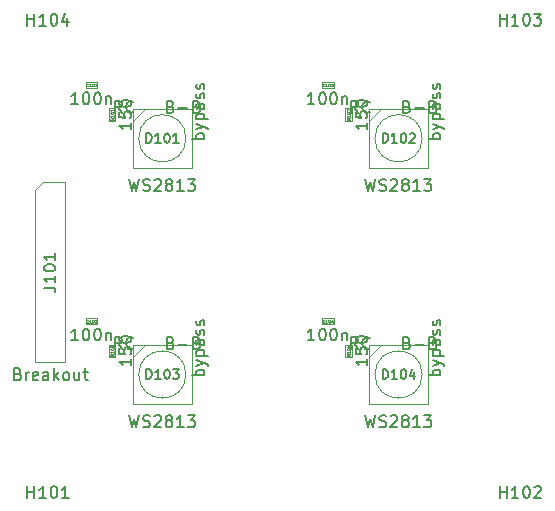
<source format=gbr>
%TF.GenerationSoftware,KiCad,Pcbnew,5.1.9+dfsg1-1~bpo10+1*%
%TF.CreationDate,2021-09-26T19:13:55+00:00*%
%TF.ProjectId,ws2813-breakout,77733238-3133-42d6-9272-65616b6f7574,rev?*%
%TF.SameCoordinates,Original*%
%TF.FileFunction,Other,Fab,Top*%
%FSLAX46Y46*%
G04 Gerber Fmt 4.6, Leading zero omitted, Abs format (unit mm)*
G04 Created by KiCad (PCBNEW 5.1.9+dfsg1-1~bpo10+1) date 2021-09-26 19:13:55*
%MOMM*%
%LPD*%
G01*
G04 APERTURE LIST*
%ADD10C,0.100000*%
%ADD11C,0.150000*%
%ADD12C,0.040000*%
G04 APERTURE END LIST*
D10*
%TO.C,C101*%
X109500000Y-110750000D02*
X108500000Y-110750000D01*
X109500000Y-110250000D02*
X109500000Y-110750000D01*
X108500000Y-110250000D02*
X109500000Y-110250000D01*
X108500000Y-110750000D02*
X108500000Y-110250000D01*
%TO.C,C102*%
X128500000Y-110750000D02*
X128500000Y-110250000D01*
X128500000Y-110250000D02*
X129500000Y-110250000D01*
X129500000Y-110250000D02*
X129500000Y-110750000D01*
X129500000Y-110750000D02*
X128500000Y-110750000D01*
%TO.C,C103*%
X108500000Y-130750000D02*
X108500000Y-130250000D01*
X108500000Y-130250000D02*
X109500000Y-130250000D01*
X109500000Y-130250000D02*
X109500000Y-130750000D01*
X109500000Y-130750000D02*
X108500000Y-130750000D01*
%TO.C,C104*%
X129500000Y-130750000D02*
X128500000Y-130750000D01*
X129500000Y-130250000D02*
X129500000Y-130750000D01*
X128500000Y-130250000D02*
X129500000Y-130250000D01*
X128500000Y-130750000D02*
X128500000Y-130250000D01*
%TO.C,D101*%
X117000000Y-115000000D02*
G75*
G03*
X117000000Y-115000000I-2000000J0D01*
G01*
X112500000Y-117500000D02*
X112500000Y-112500000D01*
X117500000Y-117500000D02*
X112500000Y-117500000D01*
X117500000Y-112500000D02*
X117500000Y-117500000D01*
X112500000Y-112500000D02*
X117500000Y-112500000D01*
X112500000Y-113500000D02*
X113500000Y-112500000D01*
%TO.C,D102*%
X132500000Y-113500000D02*
X133500000Y-112500000D01*
X132500000Y-112500000D02*
X137500000Y-112500000D01*
X137500000Y-112500000D02*
X137500000Y-117500000D01*
X137500000Y-117500000D02*
X132500000Y-117500000D01*
X132500000Y-117500000D02*
X132500000Y-112500000D01*
X137000000Y-115000000D02*
G75*
G03*
X137000000Y-115000000I-2000000J0D01*
G01*
%TO.C,D103*%
X117000000Y-135000000D02*
G75*
G03*
X117000000Y-135000000I-2000000J0D01*
G01*
X112500000Y-137500000D02*
X112500000Y-132500000D01*
X117500000Y-137500000D02*
X112500000Y-137500000D01*
X117500000Y-132500000D02*
X117500000Y-137500000D01*
X112500000Y-132500000D02*
X117500000Y-132500000D01*
X112500000Y-133500000D02*
X113500000Y-132500000D01*
%TO.C,D104*%
X132500000Y-133500000D02*
X133500000Y-132500000D01*
X132500000Y-132500000D02*
X137500000Y-132500000D01*
X137500000Y-132500000D02*
X137500000Y-137500000D01*
X137500000Y-137500000D02*
X132500000Y-137500000D01*
X132500000Y-137500000D02*
X132500000Y-132500000D01*
X137000000Y-135000000D02*
G75*
G03*
X137000000Y-135000000I-2000000J0D01*
G01*
%TO.C,J101*%
X104865000Y-118730000D02*
X106770000Y-118730000D01*
X106770000Y-118730000D02*
X106770000Y-133970000D01*
X106770000Y-133970000D02*
X104230000Y-133970000D01*
X104230000Y-133970000D02*
X104230000Y-119365000D01*
X104230000Y-119365000D02*
X104865000Y-118730000D01*
%TO.C,R101*%
X111020000Y-112475000D02*
X111020000Y-113525000D01*
X110480000Y-112475000D02*
X111020000Y-112475000D01*
X110480000Y-113525000D02*
X110480000Y-112475000D01*
X111020000Y-113525000D02*
X110480000Y-113525000D01*
%TO.C,R102*%
X131020000Y-112475000D02*
X131020000Y-113525000D01*
X130480000Y-112475000D02*
X131020000Y-112475000D01*
X130480000Y-113525000D02*
X130480000Y-112475000D01*
X131020000Y-113525000D02*
X130480000Y-113525000D01*
%TO.C,R103*%
X111020000Y-133525000D02*
X110480000Y-133525000D01*
X110480000Y-133525000D02*
X110480000Y-132475000D01*
X110480000Y-132475000D02*
X111020000Y-132475000D01*
X111020000Y-132475000D02*
X111020000Y-133525000D01*
%TO.C,R104*%
X131020000Y-133525000D02*
X130480000Y-133525000D01*
X130480000Y-133525000D02*
X130480000Y-132475000D01*
X130480000Y-132475000D02*
X131020000Y-132475000D01*
X131020000Y-132475000D02*
X131020000Y-133525000D01*
%TD*%
%TO.C,C101*%
D11*
X107880952Y-112112380D02*
X107309523Y-112112380D01*
X107595238Y-112112380D02*
X107595238Y-111112380D01*
X107500000Y-111255238D01*
X107404761Y-111350476D01*
X107309523Y-111398095D01*
X108500000Y-111112380D02*
X108595238Y-111112380D01*
X108690476Y-111160000D01*
X108738095Y-111207619D01*
X108785714Y-111302857D01*
X108833333Y-111493333D01*
X108833333Y-111731428D01*
X108785714Y-111921904D01*
X108738095Y-112017142D01*
X108690476Y-112064761D01*
X108595238Y-112112380D01*
X108500000Y-112112380D01*
X108404761Y-112064761D01*
X108357142Y-112017142D01*
X108309523Y-111921904D01*
X108261904Y-111731428D01*
X108261904Y-111493333D01*
X108309523Y-111302857D01*
X108357142Y-111207619D01*
X108404761Y-111160000D01*
X108500000Y-111112380D01*
X109452380Y-111112380D02*
X109547619Y-111112380D01*
X109642857Y-111160000D01*
X109690476Y-111207619D01*
X109738095Y-111302857D01*
X109785714Y-111493333D01*
X109785714Y-111731428D01*
X109738095Y-111921904D01*
X109690476Y-112017142D01*
X109642857Y-112064761D01*
X109547619Y-112112380D01*
X109452380Y-112112380D01*
X109357142Y-112064761D01*
X109309523Y-112017142D01*
X109261904Y-111921904D01*
X109214285Y-111731428D01*
X109214285Y-111493333D01*
X109261904Y-111302857D01*
X109309523Y-111207619D01*
X109357142Y-111160000D01*
X109452380Y-111112380D01*
X110214285Y-111445714D02*
X110214285Y-112112380D01*
X110214285Y-111540952D02*
X110261904Y-111493333D01*
X110357142Y-111445714D01*
X110500000Y-111445714D01*
X110595238Y-111493333D01*
X110642857Y-111588571D01*
X110642857Y-112112380D01*
D12*
X108720238Y-110589285D02*
X108708333Y-110601190D01*
X108672619Y-110613095D01*
X108648809Y-110613095D01*
X108613095Y-110601190D01*
X108589285Y-110577380D01*
X108577380Y-110553571D01*
X108565476Y-110505952D01*
X108565476Y-110470238D01*
X108577380Y-110422619D01*
X108589285Y-110398809D01*
X108613095Y-110375000D01*
X108648809Y-110363095D01*
X108672619Y-110363095D01*
X108708333Y-110375000D01*
X108720238Y-110386904D01*
X108958333Y-110613095D02*
X108815476Y-110613095D01*
X108886904Y-110613095D02*
X108886904Y-110363095D01*
X108863095Y-110398809D01*
X108839285Y-110422619D01*
X108815476Y-110434523D01*
X109113095Y-110363095D02*
X109136904Y-110363095D01*
X109160714Y-110375000D01*
X109172619Y-110386904D01*
X109184523Y-110410714D01*
X109196428Y-110458333D01*
X109196428Y-110517857D01*
X109184523Y-110565476D01*
X109172619Y-110589285D01*
X109160714Y-110601190D01*
X109136904Y-110613095D01*
X109113095Y-110613095D01*
X109089285Y-110601190D01*
X109077380Y-110589285D01*
X109065476Y-110565476D01*
X109053571Y-110517857D01*
X109053571Y-110458333D01*
X109065476Y-110410714D01*
X109077380Y-110386904D01*
X109089285Y-110375000D01*
X109113095Y-110363095D01*
X109434523Y-110613095D02*
X109291666Y-110613095D01*
X109363095Y-110613095D02*
X109363095Y-110363095D01*
X109339285Y-110398809D01*
X109315476Y-110422619D01*
X109291666Y-110434523D01*
%TO.C,C102*%
D11*
X127880952Y-112112380D02*
X127309523Y-112112380D01*
X127595238Y-112112380D02*
X127595238Y-111112380D01*
X127500000Y-111255238D01*
X127404761Y-111350476D01*
X127309523Y-111398095D01*
X128500000Y-111112380D02*
X128595238Y-111112380D01*
X128690476Y-111160000D01*
X128738095Y-111207619D01*
X128785714Y-111302857D01*
X128833333Y-111493333D01*
X128833333Y-111731428D01*
X128785714Y-111921904D01*
X128738095Y-112017142D01*
X128690476Y-112064761D01*
X128595238Y-112112380D01*
X128500000Y-112112380D01*
X128404761Y-112064761D01*
X128357142Y-112017142D01*
X128309523Y-111921904D01*
X128261904Y-111731428D01*
X128261904Y-111493333D01*
X128309523Y-111302857D01*
X128357142Y-111207619D01*
X128404761Y-111160000D01*
X128500000Y-111112380D01*
X129452380Y-111112380D02*
X129547619Y-111112380D01*
X129642857Y-111160000D01*
X129690476Y-111207619D01*
X129738095Y-111302857D01*
X129785714Y-111493333D01*
X129785714Y-111731428D01*
X129738095Y-111921904D01*
X129690476Y-112017142D01*
X129642857Y-112064761D01*
X129547619Y-112112380D01*
X129452380Y-112112380D01*
X129357142Y-112064761D01*
X129309523Y-112017142D01*
X129261904Y-111921904D01*
X129214285Y-111731428D01*
X129214285Y-111493333D01*
X129261904Y-111302857D01*
X129309523Y-111207619D01*
X129357142Y-111160000D01*
X129452380Y-111112380D01*
X130214285Y-111445714D02*
X130214285Y-112112380D01*
X130214285Y-111540952D02*
X130261904Y-111493333D01*
X130357142Y-111445714D01*
X130500000Y-111445714D01*
X130595238Y-111493333D01*
X130642857Y-111588571D01*
X130642857Y-112112380D01*
D12*
X128720238Y-110589285D02*
X128708333Y-110601190D01*
X128672619Y-110613095D01*
X128648809Y-110613095D01*
X128613095Y-110601190D01*
X128589285Y-110577380D01*
X128577380Y-110553571D01*
X128565476Y-110505952D01*
X128565476Y-110470238D01*
X128577380Y-110422619D01*
X128589285Y-110398809D01*
X128613095Y-110375000D01*
X128648809Y-110363095D01*
X128672619Y-110363095D01*
X128708333Y-110375000D01*
X128720238Y-110386904D01*
X128958333Y-110613095D02*
X128815476Y-110613095D01*
X128886904Y-110613095D02*
X128886904Y-110363095D01*
X128863095Y-110398809D01*
X128839285Y-110422619D01*
X128815476Y-110434523D01*
X129113095Y-110363095D02*
X129136904Y-110363095D01*
X129160714Y-110375000D01*
X129172619Y-110386904D01*
X129184523Y-110410714D01*
X129196428Y-110458333D01*
X129196428Y-110517857D01*
X129184523Y-110565476D01*
X129172619Y-110589285D01*
X129160714Y-110601190D01*
X129136904Y-110613095D01*
X129113095Y-110613095D01*
X129089285Y-110601190D01*
X129077380Y-110589285D01*
X129065476Y-110565476D01*
X129053571Y-110517857D01*
X129053571Y-110458333D01*
X129065476Y-110410714D01*
X129077380Y-110386904D01*
X129089285Y-110375000D01*
X129113095Y-110363095D01*
X129291666Y-110386904D02*
X129303571Y-110375000D01*
X129327380Y-110363095D01*
X129386904Y-110363095D01*
X129410714Y-110375000D01*
X129422619Y-110386904D01*
X129434523Y-110410714D01*
X129434523Y-110434523D01*
X129422619Y-110470238D01*
X129279761Y-110613095D01*
X129434523Y-110613095D01*
%TO.C,C103*%
D11*
X107880952Y-132112380D02*
X107309523Y-132112380D01*
X107595238Y-132112380D02*
X107595238Y-131112380D01*
X107500000Y-131255238D01*
X107404761Y-131350476D01*
X107309523Y-131398095D01*
X108500000Y-131112380D02*
X108595238Y-131112380D01*
X108690476Y-131160000D01*
X108738095Y-131207619D01*
X108785714Y-131302857D01*
X108833333Y-131493333D01*
X108833333Y-131731428D01*
X108785714Y-131921904D01*
X108738095Y-132017142D01*
X108690476Y-132064761D01*
X108595238Y-132112380D01*
X108500000Y-132112380D01*
X108404761Y-132064761D01*
X108357142Y-132017142D01*
X108309523Y-131921904D01*
X108261904Y-131731428D01*
X108261904Y-131493333D01*
X108309523Y-131302857D01*
X108357142Y-131207619D01*
X108404761Y-131160000D01*
X108500000Y-131112380D01*
X109452380Y-131112380D02*
X109547619Y-131112380D01*
X109642857Y-131160000D01*
X109690476Y-131207619D01*
X109738095Y-131302857D01*
X109785714Y-131493333D01*
X109785714Y-131731428D01*
X109738095Y-131921904D01*
X109690476Y-132017142D01*
X109642857Y-132064761D01*
X109547619Y-132112380D01*
X109452380Y-132112380D01*
X109357142Y-132064761D01*
X109309523Y-132017142D01*
X109261904Y-131921904D01*
X109214285Y-131731428D01*
X109214285Y-131493333D01*
X109261904Y-131302857D01*
X109309523Y-131207619D01*
X109357142Y-131160000D01*
X109452380Y-131112380D01*
X110214285Y-131445714D02*
X110214285Y-132112380D01*
X110214285Y-131540952D02*
X110261904Y-131493333D01*
X110357142Y-131445714D01*
X110500000Y-131445714D01*
X110595238Y-131493333D01*
X110642857Y-131588571D01*
X110642857Y-132112380D01*
D12*
X108720238Y-130589285D02*
X108708333Y-130601190D01*
X108672619Y-130613095D01*
X108648809Y-130613095D01*
X108613095Y-130601190D01*
X108589285Y-130577380D01*
X108577380Y-130553571D01*
X108565476Y-130505952D01*
X108565476Y-130470238D01*
X108577380Y-130422619D01*
X108589285Y-130398809D01*
X108613095Y-130375000D01*
X108648809Y-130363095D01*
X108672619Y-130363095D01*
X108708333Y-130375000D01*
X108720238Y-130386904D01*
X108958333Y-130613095D02*
X108815476Y-130613095D01*
X108886904Y-130613095D02*
X108886904Y-130363095D01*
X108863095Y-130398809D01*
X108839285Y-130422619D01*
X108815476Y-130434523D01*
X109113095Y-130363095D02*
X109136904Y-130363095D01*
X109160714Y-130375000D01*
X109172619Y-130386904D01*
X109184523Y-130410714D01*
X109196428Y-130458333D01*
X109196428Y-130517857D01*
X109184523Y-130565476D01*
X109172619Y-130589285D01*
X109160714Y-130601190D01*
X109136904Y-130613095D01*
X109113095Y-130613095D01*
X109089285Y-130601190D01*
X109077380Y-130589285D01*
X109065476Y-130565476D01*
X109053571Y-130517857D01*
X109053571Y-130458333D01*
X109065476Y-130410714D01*
X109077380Y-130386904D01*
X109089285Y-130375000D01*
X109113095Y-130363095D01*
X109279761Y-130363095D02*
X109434523Y-130363095D01*
X109351190Y-130458333D01*
X109386904Y-130458333D01*
X109410714Y-130470238D01*
X109422619Y-130482142D01*
X109434523Y-130505952D01*
X109434523Y-130565476D01*
X109422619Y-130589285D01*
X109410714Y-130601190D01*
X109386904Y-130613095D01*
X109315476Y-130613095D01*
X109291666Y-130601190D01*
X109279761Y-130589285D01*
%TO.C,C104*%
D11*
X127880952Y-132112380D02*
X127309523Y-132112380D01*
X127595238Y-132112380D02*
X127595238Y-131112380D01*
X127500000Y-131255238D01*
X127404761Y-131350476D01*
X127309523Y-131398095D01*
X128500000Y-131112380D02*
X128595238Y-131112380D01*
X128690476Y-131160000D01*
X128738095Y-131207619D01*
X128785714Y-131302857D01*
X128833333Y-131493333D01*
X128833333Y-131731428D01*
X128785714Y-131921904D01*
X128738095Y-132017142D01*
X128690476Y-132064761D01*
X128595238Y-132112380D01*
X128500000Y-132112380D01*
X128404761Y-132064761D01*
X128357142Y-132017142D01*
X128309523Y-131921904D01*
X128261904Y-131731428D01*
X128261904Y-131493333D01*
X128309523Y-131302857D01*
X128357142Y-131207619D01*
X128404761Y-131160000D01*
X128500000Y-131112380D01*
X129452380Y-131112380D02*
X129547619Y-131112380D01*
X129642857Y-131160000D01*
X129690476Y-131207619D01*
X129738095Y-131302857D01*
X129785714Y-131493333D01*
X129785714Y-131731428D01*
X129738095Y-131921904D01*
X129690476Y-132017142D01*
X129642857Y-132064761D01*
X129547619Y-132112380D01*
X129452380Y-132112380D01*
X129357142Y-132064761D01*
X129309523Y-132017142D01*
X129261904Y-131921904D01*
X129214285Y-131731428D01*
X129214285Y-131493333D01*
X129261904Y-131302857D01*
X129309523Y-131207619D01*
X129357142Y-131160000D01*
X129452380Y-131112380D01*
X130214285Y-131445714D02*
X130214285Y-132112380D01*
X130214285Y-131540952D02*
X130261904Y-131493333D01*
X130357142Y-131445714D01*
X130500000Y-131445714D01*
X130595238Y-131493333D01*
X130642857Y-131588571D01*
X130642857Y-132112380D01*
D12*
X128720238Y-130589285D02*
X128708333Y-130601190D01*
X128672619Y-130613095D01*
X128648809Y-130613095D01*
X128613095Y-130601190D01*
X128589285Y-130577380D01*
X128577380Y-130553571D01*
X128565476Y-130505952D01*
X128565476Y-130470238D01*
X128577380Y-130422619D01*
X128589285Y-130398809D01*
X128613095Y-130375000D01*
X128648809Y-130363095D01*
X128672619Y-130363095D01*
X128708333Y-130375000D01*
X128720238Y-130386904D01*
X128958333Y-130613095D02*
X128815476Y-130613095D01*
X128886904Y-130613095D02*
X128886904Y-130363095D01*
X128863095Y-130398809D01*
X128839285Y-130422619D01*
X128815476Y-130434523D01*
X129113095Y-130363095D02*
X129136904Y-130363095D01*
X129160714Y-130375000D01*
X129172619Y-130386904D01*
X129184523Y-130410714D01*
X129196428Y-130458333D01*
X129196428Y-130517857D01*
X129184523Y-130565476D01*
X129172619Y-130589285D01*
X129160714Y-130601190D01*
X129136904Y-130613095D01*
X129113095Y-130613095D01*
X129089285Y-130601190D01*
X129077380Y-130589285D01*
X129065476Y-130565476D01*
X129053571Y-130517857D01*
X129053571Y-130458333D01*
X129065476Y-130410714D01*
X129077380Y-130386904D01*
X129089285Y-130375000D01*
X129113095Y-130363095D01*
X129410714Y-130446428D02*
X129410714Y-130613095D01*
X129351190Y-130351190D02*
X129291666Y-130529761D01*
X129446428Y-130529761D01*
%TO.C,D101*%
D11*
X112190476Y-118452380D02*
X112428571Y-119452380D01*
X112619047Y-118738095D01*
X112809523Y-119452380D01*
X113047619Y-118452380D01*
X113380952Y-119404761D02*
X113523809Y-119452380D01*
X113761904Y-119452380D01*
X113857142Y-119404761D01*
X113904761Y-119357142D01*
X113952380Y-119261904D01*
X113952380Y-119166666D01*
X113904761Y-119071428D01*
X113857142Y-119023809D01*
X113761904Y-118976190D01*
X113571428Y-118928571D01*
X113476190Y-118880952D01*
X113428571Y-118833333D01*
X113380952Y-118738095D01*
X113380952Y-118642857D01*
X113428571Y-118547619D01*
X113476190Y-118500000D01*
X113571428Y-118452380D01*
X113809523Y-118452380D01*
X113952380Y-118500000D01*
X114333333Y-118547619D02*
X114380952Y-118500000D01*
X114476190Y-118452380D01*
X114714285Y-118452380D01*
X114809523Y-118500000D01*
X114857142Y-118547619D01*
X114904761Y-118642857D01*
X114904761Y-118738095D01*
X114857142Y-118880952D01*
X114285714Y-119452380D01*
X114904761Y-119452380D01*
X115476190Y-118880952D02*
X115380952Y-118833333D01*
X115333333Y-118785714D01*
X115285714Y-118690476D01*
X115285714Y-118642857D01*
X115333333Y-118547619D01*
X115380952Y-118500000D01*
X115476190Y-118452380D01*
X115666666Y-118452380D01*
X115761904Y-118500000D01*
X115809523Y-118547619D01*
X115857142Y-118642857D01*
X115857142Y-118690476D01*
X115809523Y-118785714D01*
X115761904Y-118833333D01*
X115666666Y-118880952D01*
X115476190Y-118880952D01*
X115380952Y-118928571D01*
X115333333Y-118976190D01*
X115285714Y-119071428D01*
X115285714Y-119261904D01*
X115333333Y-119357142D01*
X115380952Y-119404761D01*
X115476190Y-119452380D01*
X115666666Y-119452380D01*
X115761904Y-119404761D01*
X115809523Y-119357142D01*
X115857142Y-119261904D01*
X115857142Y-119071428D01*
X115809523Y-118976190D01*
X115761904Y-118928571D01*
X115666666Y-118880952D01*
X116809523Y-119452380D02*
X116238095Y-119452380D01*
X116523809Y-119452380D02*
X116523809Y-118452380D01*
X116428571Y-118595238D01*
X116333333Y-118690476D01*
X116238095Y-118738095D01*
X117142857Y-118452380D02*
X117761904Y-118452380D01*
X117428571Y-118833333D01*
X117571428Y-118833333D01*
X117666666Y-118880952D01*
X117714285Y-118928571D01*
X117761904Y-119023809D01*
X117761904Y-119261904D01*
X117714285Y-119357142D01*
X117666666Y-119404761D01*
X117571428Y-119452380D01*
X117285714Y-119452380D01*
X117190476Y-119404761D01*
X117142857Y-119357142D01*
X113647619Y-115361904D02*
X113647619Y-114561904D01*
X113838095Y-114561904D01*
X113952380Y-114600000D01*
X114028571Y-114676190D01*
X114066666Y-114752380D01*
X114104761Y-114904761D01*
X114104761Y-115019047D01*
X114066666Y-115171428D01*
X114028571Y-115247619D01*
X113952380Y-115323809D01*
X113838095Y-115361904D01*
X113647619Y-115361904D01*
X114866666Y-115361904D02*
X114409523Y-115361904D01*
X114638095Y-115361904D02*
X114638095Y-114561904D01*
X114561904Y-114676190D01*
X114485714Y-114752380D01*
X114409523Y-114790476D01*
X115361904Y-114561904D02*
X115438095Y-114561904D01*
X115514285Y-114600000D01*
X115552380Y-114638095D01*
X115590476Y-114714285D01*
X115628571Y-114866666D01*
X115628571Y-115057142D01*
X115590476Y-115209523D01*
X115552380Y-115285714D01*
X115514285Y-115323809D01*
X115438095Y-115361904D01*
X115361904Y-115361904D01*
X115285714Y-115323809D01*
X115247619Y-115285714D01*
X115209523Y-115209523D01*
X115171428Y-115057142D01*
X115171428Y-114866666D01*
X115209523Y-114714285D01*
X115247619Y-114638095D01*
X115285714Y-114600000D01*
X115361904Y-114561904D01*
X116390476Y-115361904D02*
X115933333Y-115361904D01*
X116161904Y-115361904D02*
X116161904Y-114561904D01*
X116085714Y-114676190D01*
X116009523Y-114752380D01*
X115933333Y-114790476D01*
%TO.C,D102*%
X132190476Y-118452380D02*
X132428571Y-119452380D01*
X132619047Y-118738095D01*
X132809523Y-119452380D01*
X133047619Y-118452380D01*
X133380952Y-119404761D02*
X133523809Y-119452380D01*
X133761904Y-119452380D01*
X133857142Y-119404761D01*
X133904761Y-119357142D01*
X133952380Y-119261904D01*
X133952380Y-119166666D01*
X133904761Y-119071428D01*
X133857142Y-119023809D01*
X133761904Y-118976190D01*
X133571428Y-118928571D01*
X133476190Y-118880952D01*
X133428571Y-118833333D01*
X133380952Y-118738095D01*
X133380952Y-118642857D01*
X133428571Y-118547619D01*
X133476190Y-118500000D01*
X133571428Y-118452380D01*
X133809523Y-118452380D01*
X133952380Y-118500000D01*
X134333333Y-118547619D02*
X134380952Y-118500000D01*
X134476190Y-118452380D01*
X134714285Y-118452380D01*
X134809523Y-118500000D01*
X134857142Y-118547619D01*
X134904761Y-118642857D01*
X134904761Y-118738095D01*
X134857142Y-118880952D01*
X134285714Y-119452380D01*
X134904761Y-119452380D01*
X135476190Y-118880952D02*
X135380952Y-118833333D01*
X135333333Y-118785714D01*
X135285714Y-118690476D01*
X135285714Y-118642857D01*
X135333333Y-118547619D01*
X135380952Y-118500000D01*
X135476190Y-118452380D01*
X135666666Y-118452380D01*
X135761904Y-118500000D01*
X135809523Y-118547619D01*
X135857142Y-118642857D01*
X135857142Y-118690476D01*
X135809523Y-118785714D01*
X135761904Y-118833333D01*
X135666666Y-118880952D01*
X135476190Y-118880952D01*
X135380952Y-118928571D01*
X135333333Y-118976190D01*
X135285714Y-119071428D01*
X135285714Y-119261904D01*
X135333333Y-119357142D01*
X135380952Y-119404761D01*
X135476190Y-119452380D01*
X135666666Y-119452380D01*
X135761904Y-119404761D01*
X135809523Y-119357142D01*
X135857142Y-119261904D01*
X135857142Y-119071428D01*
X135809523Y-118976190D01*
X135761904Y-118928571D01*
X135666666Y-118880952D01*
X136809523Y-119452380D02*
X136238095Y-119452380D01*
X136523809Y-119452380D02*
X136523809Y-118452380D01*
X136428571Y-118595238D01*
X136333333Y-118690476D01*
X136238095Y-118738095D01*
X137142857Y-118452380D02*
X137761904Y-118452380D01*
X137428571Y-118833333D01*
X137571428Y-118833333D01*
X137666666Y-118880952D01*
X137714285Y-118928571D01*
X137761904Y-119023809D01*
X137761904Y-119261904D01*
X137714285Y-119357142D01*
X137666666Y-119404761D01*
X137571428Y-119452380D01*
X137285714Y-119452380D01*
X137190476Y-119404761D01*
X137142857Y-119357142D01*
X133647619Y-115361904D02*
X133647619Y-114561904D01*
X133838095Y-114561904D01*
X133952380Y-114600000D01*
X134028571Y-114676190D01*
X134066666Y-114752380D01*
X134104761Y-114904761D01*
X134104761Y-115019047D01*
X134066666Y-115171428D01*
X134028571Y-115247619D01*
X133952380Y-115323809D01*
X133838095Y-115361904D01*
X133647619Y-115361904D01*
X134866666Y-115361904D02*
X134409523Y-115361904D01*
X134638095Y-115361904D02*
X134638095Y-114561904D01*
X134561904Y-114676190D01*
X134485714Y-114752380D01*
X134409523Y-114790476D01*
X135361904Y-114561904D02*
X135438095Y-114561904D01*
X135514285Y-114600000D01*
X135552380Y-114638095D01*
X135590476Y-114714285D01*
X135628571Y-114866666D01*
X135628571Y-115057142D01*
X135590476Y-115209523D01*
X135552380Y-115285714D01*
X135514285Y-115323809D01*
X135438095Y-115361904D01*
X135361904Y-115361904D01*
X135285714Y-115323809D01*
X135247619Y-115285714D01*
X135209523Y-115209523D01*
X135171428Y-115057142D01*
X135171428Y-114866666D01*
X135209523Y-114714285D01*
X135247619Y-114638095D01*
X135285714Y-114600000D01*
X135361904Y-114561904D01*
X135933333Y-114638095D02*
X135971428Y-114600000D01*
X136047619Y-114561904D01*
X136238095Y-114561904D01*
X136314285Y-114600000D01*
X136352380Y-114638095D01*
X136390476Y-114714285D01*
X136390476Y-114790476D01*
X136352380Y-114904761D01*
X135895238Y-115361904D01*
X136390476Y-115361904D01*
%TO.C,D103*%
X112190476Y-138452380D02*
X112428571Y-139452380D01*
X112619047Y-138738095D01*
X112809523Y-139452380D01*
X113047619Y-138452380D01*
X113380952Y-139404761D02*
X113523809Y-139452380D01*
X113761904Y-139452380D01*
X113857142Y-139404761D01*
X113904761Y-139357142D01*
X113952380Y-139261904D01*
X113952380Y-139166666D01*
X113904761Y-139071428D01*
X113857142Y-139023809D01*
X113761904Y-138976190D01*
X113571428Y-138928571D01*
X113476190Y-138880952D01*
X113428571Y-138833333D01*
X113380952Y-138738095D01*
X113380952Y-138642857D01*
X113428571Y-138547619D01*
X113476190Y-138500000D01*
X113571428Y-138452380D01*
X113809523Y-138452380D01*
X113952380Y-138500000D01*
X114333333Y-138547619D02*
X114380952Y-138500000D01*
X114476190Y-138452380D01*
X114714285Y-138452380D01*
X114809523Y-138500000D01*
X114857142Y-138547619D01*
X114904761Y-138642857D01*
X114904761Y-138738095D01*
X114857142Y-138880952D01*
X114285714Y-139452380D01*
X114904761Y-139452380D01*
X115476190Y-138880952D02*
X115380952Y-138833333D01*
X115333333Y-138785714D01*
X115285714Y-138690476D01*
X115285714Y-138642857D01*
X115333333Y-138547619D01*
X115380952Y-138500000D01*
X115476190Y-138452380D01*
X115666666Y-138452380D01*
X115761904Y-138500000D01*
X115809523Y-138547619D01*
X115857142Y-138642857D01*
X115857142Y-138690476D01*
X115809523Y-138785714D01*
X115761904Y-138833333D01*
X115666666Y-138880952D01*
X115476190Y-138880952D01*
X115380952Y-138928571D01*
X115333333Y-138976190D01*
X115285714Y-139071428D01*
X115285714Y-139261904D01*
X115333333Y-139357142D01*
X115380952Y-139404761D01*
X115476190Y-139452380D01*
X115666666Y-139452380D01*
X115761904Y-139404761D01*
X115809523Y-139357142D01*
X115857142Y-139261904D01*
X115857142Y-139071428D01*
X115809523Y-138976190D01*
X115761904Y-138928571D01*
X115666666Y-138880952D01*
X116809523Y-139452380D02*
X116238095Y-139452380D01*
X116523809Y-139452380D02*
X116523809Y-138452380D01*
X116428571Y-138595238D01*
X116333333Y-138690476D01*
X116238095Y-138738095D01*
X117142857Y-138452380D02*
X117761904Y-138452380D01*
X117428571Y-138833333D01*
X117571428Y-138833333D01*
X117666666Y-138880952D01*
X117714285Y-138928571D01*
X117761904Y-139023809D01*
X117761904Y-139261904D01*
X117714285Y-139357142D01*
X117666666Y-139404761D01*
X117571428Y-139452380D01*
X117285714Y-139452380D01*
X117190476Y-139404761D01*
X117142857Y-139357142D01*
X113647619Y-135361904D02*
X113647619Y-134561904D01*
X113838095Y-134561904D01*
X113952380Y-134600000D01*
X114028571Y-134676190D01*
X114066666Y-134752380D01*
X114104761Y-134904761D01*
X114104761Y-135019047D01*
X114066666Y-135171428D01*
X114028571Y-135247619D01*
X113952380Y-135323809D01*
X113838095Y-135361904D01*
X113647619Y-135361904D01*
X114866666Y-135361904D02*
X114409523Y-135361904D01*
X114638095Y-135361904D02*
X114638095Y-134561904D01*
X114561904Y-134676190D01*
X114485714Y-134752380D01*
X114409523Y-134790476D01*
X115361904Y-134561904D02*
X115438095Y-134561904D01*
X115514285Y-134600000D01*
X115552380Y-134638095D01*
X115590476Y-134714285D01*
X115628571Y-134866666D01*
X115628571Y-135057142D01*
X115590476Y-135209523D01*
X115552380Y-135285714D01*
X115514285Y-135323809D01*
X115438095Y-135361904D01*
X115361904Y-135361904D01*
X115285714Y-135323809D01*
X115247619Y-135285714D01*
X115209523Y-135209523D01*
X115171428Y-135057142D01*
X115171428Y-134866666D01*
X115209523Y-134714285D01*
X115247619Y-134638095D01*
X115285714Y-134600000D01*
X115361904Y-134561904D01*
X115895238Y-134561904D02*
X116390476Y-134561904D01*
X116123809Y-134866666D01*
X116238095Y-134866666D01*
X116314285Y-134904761D01*
X116352380Y-134942857D01*
X116390476Y-135019047D01*
X116390476Y-135209523D01*
X116352380Y-135285714D01*
X116314285Y-135323809D01*
X116238095Y-135361904D01*
X116009523Y-135361904D01*
X115933333Y-135323809D01*
X115895238Y-135285714D01*
%TO.C,D104*%
X132190476Y-138452380D02*
X132428571Y-139452380D01*
X132619047Y-138738095D01*
X132809523Y-139452380D01*
X133047619Y-138452380D01*
X133380952Y-139404761D02*
X133523809Y-139452380D01*
X133761904Y-139452380D01*
X133857142Y-139404761D01*
X133904761Y-139357142D01*
X133952380Y-139261904D01*
X133952380Y-139166666D01*
X133904761Y-139071428D01*
X133857142Y-139023809D01*
X133761904Y-138976190D01*
X133571428Y-138928571D01*
X133476190Y-138880952D01*
X133428571Y-138833333D01*
X133380952Y-138738095D01*
X133380952Y-138642857D01*
X133428571Y-138547619D01*
X133476190Y-138500000D01*
X133571428Y-138452380D01*
X133809523Y-138452380D01*
X133952380Y-138500000D01*
X134333333Y-138547619D02*
X134380952Y-138500000D01*
X134476190Y-138452380D01*
X134714285Y-138452380D01*
X134809523Y-138500000D01*
X134857142Y-138547619D01*
X134904761Y-138642857D01*
X134904761Y-138738095D01*
X134857142Y-138880952D01*
X134285714Y-139452380D01*
X134904761Y-139452380D01*
X135476190Y-138880952D02*
X135380952Y-138833333D01*
X135333333Y-138785714D01*
X135285714Y-138690476D01*
X135285714Y-138642857D01*
X135333333Y-138547619D01*
X135380952Y-138500000D01*
X135476190Y-138452380D01*
X135666666Y-138452380D01*
X135761904Y-138500000D01*
X135809523Y-138547619D01*
X135857142Y-138642857D01*
X135857142Y-138690476D01*
X135809523Y-138785714D01*
X135761904Y-138833333D01*
X135666666Y-138880952D01*
X135476190Y-138880952D01*
X135380952Y-138928571D01*
X135333333Y-138976190D01*
X135285714Y-139071428D01*
X135285714Y-139261904D01*
X135333333Y-139357142D01*
X135380952Y-139404761D01*
X135476190Y-139452380D01*
X135666666Y-139452380D01*
X135761904Y-139404761D01*
X135809523Y-139357142D01*
X135857142Y-139261904D01*
X135857142Y-139071428D01*
X135809523Y-138976190D01*
X135761904Y-138928571D01*
X135666666Y-138880952D01*
X136809523Y-139452380D02*
X136238095Y-139452380D01*
X136523809Y-139452380D02*
X136523809Y-138452380D01*
X136428571Y-138595238D01*
X136333333Y-138690476D01*
X136238095Y-138738095D01*
X137142857Y-138452380D02*
X137761904Y-138452380D01*
X137428571Y-138833333D01*
X137571428Y-138833333D01*
X137666666Y-138880952D01*
X137714285Y-138928571D01*
X137761904Y-139023809D01*
X137761904Y-139261904D01*
X137714285Y-139357142D01*
X137666666Y-139404761D01*
X137571428Y-139452380D01*
X137285714Y-139452380D01*
X137190476Y-139404761D01*
X137142857Y-139357142D01*
X133647619Y-135361904D02*
X133647619Y-134561904D01*
X133838095Y-134561904D01*
X133952380Y-134600000D01*
X134028571Y-134676190D01*
X134066666Y-134752380D01*
X134104761Y-134904761D01*
X134104761Y-135019047D01*
X134066666Y-135171428D01*
X134028571Y-135247619D01*
X133952380Y-135323809D01*
X133838095Y-135361904D01*
X133647619Y-135361904D01*
X134866666Y-135361904D02*
X134409523Y-135361904D01*
X134638095Y-135361904D02*
X134638095Y-134561904D01*
X134561904Y-134676190D01*
X134485714Y-134752380D01*
X134409523Y-134790476D01*
X135361904Y-134561904D02*
X135438095Y-134561904D01*
X135514285Y-134600000D01*
X135552380Y-134638095D01*
X135590476Y-134714285D01*
X135628571Y-134866666D01*
X135628571Y-135057142D01*
X135590476Y-135209523D01*
X135552380Y-135285714D01*
X135514285Y-135323809D01*
X135438095Y-135361904D01*
X135361904Y-135361904D01*
X135285714Y-135323809D01*
X135247619Y-135285714D01*
X135209523Y-135209523D01*
X135171428Y-135057142D01*
X135171428Y-134866666D01*
X135209523Y-134714285D01*
X135247619Y-134638095D01*
X135285714Y-134600000D01*
X135361904Y-134561904D01*
X136314285Y-134828571D02*
X136314285Y-135361904D01*
X136123809Y-134523809D02*
X135933333Y-135095238D01*
X136428571Y-135095238D01*
%TO.C,J101*%
X102785714Y-134958571D02*
X102928571Y-135006190D01*
X102976190Y-135053809D01*
X103023809Y-135149047D01*
X103023809Y-135291904D01*
X102976190Y-135387142D01*
X102928571Y-135434761D01*
X102833333Y-135482380D01*
X102452380Y-135482380D01*
X102452380Y-134482380D01*
X102785714Y-134482380D01*
X102880952Y-134530000D01*
X102928571Y-134577619D01*
X102976190Y-134672857D01*
X102976190Y-134768095D01*
X102928571Y-134863333D01*
X102880952Y-134910952D01*
X102785714Y-134958571D01*
X102452380Y-134958571D01*
X103452380Y-135482380D02*
X103452380Y-134815714D01*
X103452380Y-135006190D02*
X103500000Y-134910952D01*
X103547619Y-134863333D01*
X103642857Y-134815714D01*
X103738095Y-134815714D01*
X104452380Y-135434761D02*
X104357142Y-135482380D01*
X104166666Y-135482380D01*
X104071428Y-135434761D01*
X104023809Y-135339523D01*
X104023809Y-134958571D01*
X104071428Y-134863333D01*
X104166666Y-134815714D01*
X104357142Y-134815714D01*
X104452380Y-134863333D01*
X104500000Y-134958571D01*
X104500000Y-135053809D01*
X104023809Y-135149047D01*
X105357142Y-135482380D02*
X105357142Y-134958571D01*
X105309523Y-134863333D01*
X105214285Y-134815714D01*
X105023809Y-134815714D01*
X104928571Y-134863333D01*
X105357142Y-135434761D02*
X105261904Y-135482380D01*
X105023809Y-135482380D01*
X104928571Y-135434761D01*
X104880952Y-135339523D01*
X104880952Y-135244285D01*
X104928571Y-135149047D01*
X105023809Y-135101428D01*
X105261904Y-135101428D01*
X105357142Y-135053809D01*
X105833333Y-135482380D02*
X105833333Y-134482380D01*
X105928571Y-135101428D02*
X106214285Y-135482380D01*
X106214285Y-134815714D02*
X105833333Y-135196666D01*
X106785714Y-135482380D02*
X106690476Y-135434761D01*
X106642857Y-135387142D01*
X106595238Y-135291904D01*
X106595238Y-135006190D01*
X106642857Y-134910952D01*
X106690476Y-134863333D01*
X106785714Y-134815714D01*
X106928571Y-134815714D01*
X107023809Y-134863333D01*
X107071428Y-134910952D01*
X107119047Y-135006190D01*
X107119047Y-135291904D01*
X107071428Y-135387142D01*
X107023809Y-135434761D01*
X106928571Y-135482380D01*
X106785714Y-135482380D01*
X107976190Y-134815714D02*
X107976190Y-135482380D01*
X107547619Y-134815714D02*
X107547619Y-135339523D01*
X107595238Y-135434761D01*
X107690476Y-135482380D01*
X107833333Y-135482380D01*
X107928571Y-135434761D01*
X107976190Y-135387142D01*
X108309523Y-134815714D02*
X108690476Y-134815714D01*
X108452380Y-134482380D02*
X108452380Y-135339523D01*
X108500000Y-135434761D01*
X108595238Y-135482380D01*
X108690476Y-135482380D01*
X104952380Y-127635714D02*
X105666666Y-127635714D01*
X105809523Y-127683333D01*
X105904761Y-127778571D01*
X105952380Y-127921428D01*
X105952380Y-128016666D01*
X105952380Y-126635714D02*
X105952380Y-127207142D01*
X105952380Y-126921428D02*
X104952380Y-126921428D01*
X105095238Y-127016666D01*
X105190476Y-127111904D01*
X105238095Y-127207142D01*
X104952380Y-126016666D02*
X104952380Y-125921428D01*
X105000000Y-125826190D01*
X105047619Y-125778571D01*
X105142857Y-125730952D01*
X105333333Y-125683333D01*
X105571428Y-125683333D01*
X105761904Y-125730952D01*
X105857142Y-125778571D01*
X105904761Y-125826190D01*
X105952380Y-125921428D01*
X105952380Y-126016666D01*
X105904761Y-126111904D01*
X105857142Y-126159523D01*
X105761904Y-126207142D01*
X105571428Y-126254761D01*
X105333333Y-126254761D01*
X105142857Y-126207142D01*
X105047619Y-126159523D01*
X105000000Y-126111904D01*
X104952380Y-126016666D01*
X105952380Y-124730952D02*
X105952380Y-125302380D01*
X105952380Y-125016666D02*
X104952380Y-125016666D01*
X105095238Y-125111904D01*
X105190476Y-125207142D01*
X105238095Y-125302380D01*
%TO.C,JP101*%
X111559523Y-112852380D02*
X111226190Y-112376190D01*
X110988095Y-112852380D02*
X110988095Y-111852380D01*
X111369047Y-111852380D01*
X111464285Y-111900000D01*
X111511904Y-111947619D01*
X111559523Y-112042857D01*
X111559523Y-112185714D01*
X111511904Y-112280952D01*
X111464285Y-112328571D01*
X111369047Y-112376190D01*
X110988095Y-112376190D01*
X112559523Y-112757142D02*
X112511904Y-112804761D01*
X112369047Y-112852380D01*
X112273809Y-112852380D01*
X112130952Y-112804761D01*
X112035714Y-112709523D01*
X111988095Y-112614285D01*
X111940476Y-112423809D01*
X111940476Y-112280952D01*
X111988095Y-112090476D01*
X112035714Y-111995238D01*
X112130952Y-111900000D01*
X112273809Y-111852380D01*
X112369047Y-111852380D01*
X112511904Y-111900000D01*
X112559523Y-111947619D01*
%TO.C,JP102*%
X131559523Y-112852380D02*
X131226190Y-112376190D01*
X130988095Y-112852380D02*
X130988095Y-111852380D01*
X131369047Y-111852380D01*
X131464285Y-111900000D01*
X131511904Y-111947619D01*
X131559523Y-112042857D01*
X131559523Y-112185714D01*
X131511904Y-112280952D01*
X131464285Y-112328571D01*
X131369047Y-112376190D01*
X130988095Y-112376190D01*
X132559523Y-112757142D02*
X132511904Y-112804761D01*
X132369047Y-112852380D01*
X132273809Y-112852380D01*
X132130952Y-112804761D01*
X132035714Y-112709523D01*
X131988095Y-112614285D01*
X131940476Y-112423809D01*
X131940476Y-112280952D01*
X131988095Y-112090476D01*
X132035714Y-111995238D01*
X132130952Y-111900000D01*
X132273809Y-111852380D01*
X132369047Y-111852380D01*
X132511904Y-111900000D01*
X132559523Y-111947619D01*
%TO.C,JP103*%
X111559523Y-132852380D02*
X111226190Y-132376190D01*
X110988095Y-132852380D02*
X110988095Y-131852380D01*
X111369047Y-131852380D01*
X111464285Y-131900000D01*
X111511904Y-131947619D01*
X111559523Y-132042857D01*
X111559523Y-132185714D01*
X111511904Y-132280952D01*
X111464285Y-132328571D01*
X111369047Y-132376190D01*
X110988095Y-132376190D01*
X112559523Y-132757142D02*
X112511904Y-132804761D01*
X112369047Y-132852380D01*
X112273809Y-132852380D01*
X112130952Y-132804761D01*
X112035714Y-132709523D01*
X111988095Y-132614285D01*
X111940476Y-132423809D01*
X111940476Y-132280952D01*
X111988095Y-132090476D01*
X112035714Y-131995238D01*
X112130952Y-131900000D01*
X112273809Y-131852380D01*
X112369047Y-131852380D01*
X112511904Y-131900000D01*
X112559523Y-131947619D01*
%TO.C,JP104*%
X131559523Y-132852380D02*
X131226190Y-132376190D01*
X130988095Y-132852380D02*
X130988095Y-131852380D01*
X131369047Y-131852380D01*
X131464285Y-131900000D01*
X131511904Y-131947619D01*
X131559523Y-132042857D01*
X131559523Y-132185714D01*
X131511904Y-132280952D01*
X131464285Y-132328571D01*
X131369047Y-132376190D01*
X130988095Y-132376190D01*
X132559523Y-132757142D02*
X132511904Y-132804761D01*
X132369047Y-132852380D01*
X132273809Y-132852380D01*
X132130952Y-132804761D01*
X132035714Y-132709523D01*
X131988095Y-132614285D01*
X131940476Y-132423809D01*
X131940476Y-132280952D01*
X131988095Y-132090476D01*
X132035714Y-131995238D01*
X132130952Y-131900000D01*
X132273809Y-131852380D01*
X132369047Y-131852380D01*
X132511904Y-131900000D01*
X132559523Y-131947619D01*
%TO.C,JP105*%
X115702380Y-112328571D02*
X115845238Y-112376190D01*
X115892857Y-112423809D01*
X115940476Y-112519047D01*
X115940476Y-112661904D01*
X115892857Y-112757142D01*
X115845238Y-112804761D01*
X115750000Y-112852380D01*
X115369047Y-112852380D01*
X115369047Y-111852380D01*
X115702380Y-111852380D01*
X115797619Y-111900000D01*
X115845238Y-111947619D01*
X115892857Y-112042857D01*
X115892857Y-112138095D01*
X115845238Y-112233333D01*
X115797619Y-112280952D01*
X115702380Y-112328571D01*
X115369047Y-112328571D01*
X116369047Y-112471428D02*
X117130952Y-112471428D01*
X117940476Y-112328571D02*
X118083333Y-112376190D01*
X118130952Y-112423809D01*
X118178571Y-112519047D01*
X118178571Y-112661904D01*
X118130952Y-112757142D01*
X118083333Y-112804761D01*
X117988095Y-112852380D01*
X117607142Y-112852380D01*
X117607142Y-111852380D01*
X117940476Y-111852380D01*
X118035714Y-111900000D01*
X118083333Y-111947619D01*
X118130952Y-112042857D01*
X118130952Y-112138095D01*
X118083333Y-112233333D01*
X118035714Y-112280952D01*
X117940476Y-112328571D01*
X117607142Y-112328571D01*
%TO.C,JP106*%
X135702380Y-112328571D02*
X135845238Y-112376190D01*
X135892857Y-112423809D01*
X135940476Y-112519047D01*
X135940476Y-112661904D01*
X135892857Y-112757142D01*
X135845238Y-112804761D01*
X135750000Y-112852380D01*
X135369047Y-112852380D01*
X135369047Y-111852380D01*
X135702380Y-111852380D01*
X135797619Y-111900000D01*
X135845238Y-111947619D01*
X135892857Y-112042857D01*
X135892857Y-112138095D01*
X135845238Y-112233333D01*
X135797619Y-112280952D01*
X135702380Y-112328571D01*
X135369047Y-112328571D01*
X136369047Y-112471428D02*
X137130952Y-112471428D01*
X137940476Y-112328571D02*
X138083333Y-112376190D01*
X138130952Y-112423809D01*
X138178571Y-112519047D01*
X138178571Y-112661904D01*
X138130952Y-112757142D01*
X138083333Y-112804761D01*
X137988095Y-112852380D01*
X137607142Y-112852380D01*
X137607142Y-111852380D01*
X137940476Y-111852380D01*
X138035714Y-111900000D01*
X138083333Y-111947619D01*
X138130952Y-112042857D01*
X138130952Y-112138095D01*
X138083333Y-112233333D01*
X138035714Y-112280952D01*
X137940476Y-112328571D01*
X137607142Y-112328571D01*
%TO.C,JP107*%
X115702380Y-132328571D02*
X115845238Y-132376190D01*
X115892857Y-132423809D01*
X115940476Y-132519047D01*
X115940476Y-132661904D01*
X115892857Y-132757142D01*
X115845238Y-132804761D01*
X115750000Y-132852380D01*
X115369047Y-132852380D01*
X115369047Y-131852380D01*
X115702380Y-131852380D01*
X115797619Y-131900000D01*
X115845238Y-131947619D01*
X115892857Y-132042857D01*
X115892857Y-132138095D01*
X115845238Y-132233333D01*
X115797619Y-132280952D01*
X115702380Y-132328571D01*
X115369047Y-132328571D01*
X116369047Y-132471428D02*
X117130952Y-132471428D01*
X117940476Y-132328571D02*
X118083333Y-132376190D01*
X118130952Y-132423809D01*
X118178571Y-132519047D01*
X118178571Y-132661904D01*
X118130952Y-132757142D01*
X118083333Y-132804761D01*
X117988095Y-132852380D01*
X117607142Y-132852380D01*
X117607142Y-131852380D01*
X117940476Y-131852380D01*
X118035714Y-131900000D01*
X118083333Y-131947619D01*
X118130952Y-132042857D01*
X118130952Y-132138095D01*
X118083333Y-132233333D01*
X118035714Y-132280952D01*
X117940476Y-132328571D01*
X117607142Y-132328571D01*
%TO.C,JP108*%
X135702380Y-132328571D02*
X135845238Y-132376190D01*
X135892857Y-132423809D01*
X135940476Y-132519047D01*
X135940476Y-132661904D01*
X135892857Y-132757142D01*
X135845238Y-132804761D01*
X135750000Y-132852380D01*
X135369047Y-132852380D01*
X135369047Y-131852380D01*
X135702380Y-131852380D01*
X135797619Y-131900000D01*
X135845238Y-131947619D01*
X135892857Y-132042857D01*
X135892857Y-132138095D01*
X135845238Y-132233333D01*
X135797619Y-132280952D01*
X135702380Y-132328571D01*
X135369047Y-132328571D01*
X136369047Y-132471428D02*
X137130952Y-132471428D01*
X137940476Y-132328571D02*
X138083333Y-132376190D01*
X138130952Y-132423809D01*
X138178571Y-132519047D01*
X138178571Y-132661904D01*
X138130952Y-132757142D01*
X138083333Y-132804761D01*
X137988095Y-132852380D01*
X137607142Y-132852380D01*
X137607142Y-131852380D01*
X137940476Y-131852380D01*
X138035714Y-131900000D01*
X138083333Y-131947619D01*
X138130952Y-132042857D01*
X138130952Y-132138095D01*
X138083333Y-132233333D01*
X138035714Y-132280952D01*
X137940476Y-132328571D01*
X137607142Y-132328571D01*
%TO.C,JP109*%
X118552380Y-115059523D02*
X117552380Y-115059523D01*
X117933333Y-115059523D02*
X117885714Y-114964285D01*
X117885714Y-114773809D01*
X117933333Y-114678571D01*
X117980952Y-114630952D01*
X118076190Y-114583333D01*
X118361904Y-114583333D01*
X118457142Y-114630952D01*
X118504761Y-114678571D01*
X118552380Y-114773809D01*
X118552380Y-114964285D01*
X118504761Y-115059523D01*
X117885714Y-114250000D02*
X118552380Y-114011904D01*
X117885714Y-113773809D02*
X118552380Y-114011904D01*
X118790476Y-114107142D01*
X118838095Y-114154761D01*
X118885714Y-114250000D01*
X117885714Y-113392857D02*
X118885714Y-113392857D01*
X117933333Y-113392857D02*
X117885714Y-113297619D01*
X117885714Y-113107142D01*
X117933333Y-113011904D01*
X117980952Y-112964285D01*
X118076190Y-112916666D01*
X118361904Y-112916666D01*
X118457142Y-112964285D01*
X118504761Y-113011904D01*
X118552380Y-113107142D01*
X118552380Y-113297619D01*
X118504761Y-113392857D01*
X118552380Y-112059523D02*
X118028571Y-112059523D01*
X117933333Y-112107142D01*
X117885714Y-112202380D01*
X117885714Y-112392857D01*
X117933333Y-112488095D01*
X118504761Y-112059523D02*
X118552380Y-112154761D01*
X118552380Y-112392857D01*
X118504761Y-112488095D01*
X118409523Y-112535714D01*
X118314285Y-112535714D01*
X118219047Y-112488095D01*
X118171428Y-112392857D01*
X118171428Y-112154761D01*
X118123809Y-112059523D01*
X118504761Y-111630952D02*
X118552380Y-111535714D01*
X118552380Y-111345238D01*
X118504761Y-111250000D01*
X118409523Y-111202380D01*
X118361904Y-111202380D01*
X118266666Y-111250000D01*
X118219047Y-111345238D01*
X118219047Y-111488095D01*
X118171428Y-111583333D01*
X118076190Y-111630952D01*
X118028571Y-111630952D01*
X117933333Y-111583333D01*
X117885714Y-111488095D01*
X117885714Y-111345238D01*
X117933333Y-111250000D01*
X118504761Y-110821428D02*
X118552380Y-110726190D01*
X118552380Y-110535714D01*
X118504761Y-110440476D01*
X118409523Y-110392857D01*
X118361904Y-110392857D01*
X118266666Y-110440476D01*
X118219047Y-110535714D01*
X118219047Y-110678571D01*
X118171428Y-110773809D01*
X118076190Y-110821428D01*
X118028571Y-110821428D01*
X117933333Y-110773809D01*
X117885714Y-110678571D01*
X117885714Y-110535714D01*
X117933333Y-110440476D01*
%TO.C,JP110*%
X138552380Y-115059523D02*
X137552380Y-115059523D01*
X137933333Y-115059523D02*
X137885714Y-114964285D01*
X137885714Y-114773809D01*
X137933333Y-114678571D01*
X137980952Y-114630952D01*
X138076190Y-114583333D01*
X138361904Y-114583333D01*
X138457142Y-114630952D01*
X138504761Y-114678571D01*
X138552380Y-114773809D01*
X138552380Y-114964285D01*
X138504761Y-115059523D01*
X137885714Y-114250000D02*
X138552380Y-114011904D01*
X137885714Y-113773809D02*
X138552380Y-114011904D01*
X138790476Y-114107142D01*
X138838095Y-114154761D01*
X138885714Y-114250000D01*
X137885714Y-113392857D02*
X138885714Y-113392857D01*
X137933333Y-113392857D02*
X137885714Y-113297619D01*
X137885714Y-113107142D01*
X137933333Y-113011904D01*
X137980952Y-112964285D01*
X138076190Y-112916666D01*
X138361904Y-112916666D01*
X138457142Y-112964285D01*
X138504761Y-113011904D01*
X138552380Y-113107142D01*
X138552380Y-113297619D01*
X138504761Y-113392857D01*
X138552380Y-112059523D02*
X138028571Y-112059523D01*
X137933333Y-112107142D01*
X137885714Y-112202380D01*
X137885714Y-112392857D01*
X137933333Y-112488095D01*
X138504761Y-112059523D02*
X138552380Y-112154761D01*
X138552380Y-112392857D01*
X138504761Y-112488095D01*
X138409523Y-112535714D01*
X138314285Y-112535714D01*
X138219047Y-112488095D01*
X138171428Y-112392857D01*
X138171428Y-112154761D01*
X138123809Y-112059523D01*
X138504761Y-111630952D02*
X138552380Y-111535714D01*
X138552380Y-111345238D01*
X138504761Y-111250000D01*
X138409523Y-111202380D01*
X138361904Y-111202380D01*
X138266666Y-111250000D01*
X138219047Y-111345238D01*
X138219047Y-111488095D01*
X138171428Y-111583333D01*
X138076190Y-111630952D01*
X138028571Y-111630952D01*
X137933333Y-111583333D01*
X137885714Y-111488095D01*
X137885714Y-111345238D01*
X137933333Y-111250000D01*
X138504761Y-110821428D02*
X138552380Y-110726190D01*
X138552380Y-110535714D01*
X138504761Y-110440476D01*
X138409523Y-110392857D01*
X138361904Y-110392857D01*
X138266666Y-110440476D01*
X138219047Y-110535714D01*
X138219047Y-110678571D01*
X138171428Y-110773809D01*
X138076190Y-110821428D01*
X138028571Y-110821428D01*
X137933333Y-110773809D01*
X137885714Y-110678571D01*
X137885714Y-110535714D01*
X137933333Y-110440476D01*
%TO.C,JP111*%
X118552380Y-135059523D02*
X117552380Y-135059523D01*
X117933333Y-135059523D02*
X117885714Y-134964285D01*
X117885714Y-134773809D01*
X117933333Y-134678571D01*
X117980952Y-134630952D01*
X118076190Y-134583333D01*
X118361904Y-134583333D01*
X118457142Y-134630952D01*
X118504761Y-134678571D01*
X118552380Y-134773809D01*
X118552380Y-134964285D01*
X118504761Y-135059523D01*
X117885714Y-134250000D02*
X118552380Y-134011904D01*
X117885714Y-133773809D02*
X118552380Y-134011904D01*
X118790476Y-134107142D01*
X118838095Y-134154761D01*
X118885714Y-134250000D01*
X117885714Y-133392857D02*
X118885714Y-133392857D01*
X117933333Y-133392857D02*
X117885714Y-133297619D01*
X117885714Y-133107142D01*
X117933333Y-133011904D01*
X117980952Y-132964285D01*
X118076190Y-132916666D01*
X118361904Y-132916666D01*
X118457142Y-132964285D01*
X118504761Y-133011904D01*
X118552380Y-133107142D01*
X118552380Y-133297619D01*
X118504761Y-133392857D01*
X118552380Y-132059523D02*
X118028571Y-132059523D01*
X117933333Y-132107142D01*
X117885714Y-132202380D01*
X117885714Y-132392857D01*
X117933333Y-132488095D01*
X118504761Y-132059523D02*
X118552380Y-132154761D01*
X118552380Y-132392857D01*
X118504761Y-132488095D01*
X118409523Y-132535714D01*
X118314285Y-132535714D01*
X118219047Y-132488095D01*
X118171428Y-132392857D01*
X118171428Y-132154761D01*
X118123809Y-132059523D01*
X118504761Y-131630952D02*
X118552380Y-131535714D01*
X118552380Y-131345238D01*
X118504761Y-131250000D01*
X118409523Y-131202380D01*
X118361904Y-131202380D01*
X118266666Y-131250000D01*
X118219047Y-131345238D01*
X118219047Y-131488095D01*
X118171428Y-131583333D01*
X118076190Y-131630952D01*
X118028571Y-131630952D01*
X117933333Y-131583333D01*
X117885714Y-131488095D01*
X117885714Y-131345238D01*
X117933333Y-131250000D01*
X118504761Y-130821428D02*
X118552380Y-130726190D01*
X118552380Y-130535714D01*
X118504761Y-130440476D01*
X118409523Y-130392857D01*
X118361904Y-130392857D01*
X118266666Y-130440476D01*
X118219047Y-130535714D01*
X118219047Y-130678571D01*
X118171428Y-130773809D01*
X118076190Y-130821428D01*
X118028571Y-130821428D01*
X117933333Y-130773809D01*
X117885714Y-130678571D01*
X117885714Y-130535714D01*
X117933333Y-130440476D01*
%TO.C,JP112*%
X138552380Y-135059523D02*
X137552380Y-135059523D01*
X137933333Y-135059523D02*
X137885714Y-134964285D01*
X137885714Y-134773809D01*
X137933333Y-134678571D01*
X137980952Y-134630952D01*
X138076190Y-134583333D01*
X138361904Y-134583333D01*
X138457142Y-134630952D01*
X138504761Y-134678571D01*
X138552380Y-134773809D01*
X138552380Y-134964285D01*
X138504761Y-135059523D01*
X137885714Y-134250000D02*
X138552380Y-134011904D01*
X137885714Y-133773809D02*
X138552380Y-134011904D01*
X138790476Y-134107142D01*
X138838095Y-134154761D01*
X138885714Y-134250000D01*
X137885714Y-133392857D02*
X138885714Y-133392857D01*
X137933333Y-133392857D02*
X137885714Y-133297619D01*
X137885714Y-133107142D01*
X137933333Y-133011904D01*
X137980952Y-132964285D01*
X138076190Y-132916666D01*
X138361904Y-132916666D01*
X138457142Y-132964285D01*
X138504761Y-133011904D01*
X138552380Y-133107142D01*
X138552380Y-133297619D01*
X138504761Y-133392857D01*
X138552380Y-132059523D02*
X138028571Y-132059523D01*
X137933333Y-132107142D01*
X137885714Y-132202380D01*
X137885714Y-132392857D01*
X137933333Y-132488095D01*
X138504761Y-132059523D02*
X138552380Y-132154761D01*
X138552380Y-132392857D01*
X138504761Y-132488095D01*
X138409523Y-132535714D01*
X138314285Y-132535714D01*
X138219047Y-132488095D01*
X138171428Y-132392857D01*
X138171428Y-132154761D01*
X138123809Y-132059523D01*
X138504761Y-131630952D02*
X138552380Y-131535714D01*
X138552380Y-131345238D01*
X138504761Y-131250000D01*
X138409523Y-131202380D01*
X138361904Y-131202380D01*
X138266666Y-131250000D01*
X138219047Y-131345238D01*
X138219047Y-131488095D01*
X138171428Y-131583333D01*
X138076190Y-131630952D01*
X138028571Y-131630952D01*
X137933333Y-131583333D01*
X137885714Y-131488095D01*
X137885714Y-131345238D01*
X137933333Y-131250000D01*
X138504761Y-130821428D02*
X138552380Y-130726190D01*
X138552380Y-130535714D01*
X138504761Y-130440476D01*
X138409523Y-130392857D01*
X138361904Y-130392857D01*
X138266666Y-130440476D01*
X138219047Y-130535714D01*
X138219047Y-130678571D01*
X138171428Y-130773809D01*
X138076190Y-130821428D01*
X138028571Y-130821428D01*
X137933333Y-130773809D01*
X137885714Y-130678571D01*
X137885714Y-130535714D01*
X137933333Y-130440476D01*
%TO.C,R101*%
X112372380Y-113666666D02*
X112372380Y-114238095D01*
X112372380Y-113952380D02*
X111372380Y-113952380D01*
X111515238Y-114047619D01*
X111610476Y-114142857D01*
X111658095Y-114238095D01*
X111372380Y-112761904D02*
X111372380Y-113238095D01*
X111848571Y-113285714D01*
X111800952Y-113238095D01*
X111753333Y-113142857D01*
X111753333Y-112904761D01*
X111800952Y-112809523D01*
X111848571Y-112761904D01*
X111943809Y-112714285D01*
X112181904Y-112714285D01*
X112277142Y-112761904D01*
X112324761Y-112809523D01*
X112372380Y-112904761D01*
X112372380Y-113142857D01*
X112324761Y-113238095D01*
X112277142Y-113285714D01*
X111372380Y-112095238D02*
X111372380Y-112000000D01*
X111420000Y-111904761D01*
X111467619Y-111857142D01*
X111562857Y-111809523D01*
X111753333Y-111761904D01*
X111991428Y-111761904D01*
X112181904Y-111809523D01*
X112277142Y-111857142D01*
X112324761Y-111904761D01*
X112372380Y-112000000D01*
X112372380Y-112095238D01*
X112324761Y-112190476D01*
X112277142Y-112238095D01*
X112181904Y-112285714D01*
X111991428Y-112333333D01*
X111753333Y-112333333D01*
X111562857Y-112285714D01*
X111467619Y-112238095D01*
X111420000Y-112190476D01*
X111372380Y-112095238D01*
D12*
X110867619Y-113290952D02*
X110743809Y-113377619D01*
X110867619Y-113439523D02*
X110607619Y-113439523D01*
X110607619Y-113340476D01*
X110620000Y-113315714D01*
X110632380Y-113303333D01*
X110657142Y-113290952D01*
X110694285Y-113290952D01*
X110719047Y-113303333D01*
X110731428Y-113315714D01*
X110743809Y-113340476D01*
X110743809Y-113439523D01*
X110867619Y-113043333D02*
X110867619Y-113191904D01*
X110867619Y-113117619D02*
X110607619Y-113117619D01*
X110644761Y-113142380D01*
X110669523Y-113167142D01*
X110681904Y-113191904D01*
X110607619Y-112882380D02*
X110607619Y-112857619D01*
X110620000Y-112832857D01*
X110632380Y-112820476D01*
X110657142Y-112808095D01*
X110706666Y-112795714D01*
X110768571Y-112795714D01*
X110818095Y-112808095D01*
X110842857Y-112820476D01*
X110855238Y-112832857D01*
X110867619Y-112857619D01*
X110867619Y-112882380D01*
X110855238Y-112907142D01*
X110842857Y-112919523D01*
X110818095Y-112931904D01*
X110768571Y-112944285D01*
X110706666Y-112944285D01*
X110657142Y-112931904D01*
X110632380Y-112919523D01*
X110620000Y-112907142D01*
X110607619Y-112882380D01*
X110867619Y-112548095D02*
X110867619Y-112696666D01*
X110867619Y-112622380D02*
X110607619Y-112622380D01*
X110644761Y-112647142D01*
X110669523Y-112671904D01*
X110681904Y-112696666D01*
%TO.C,R102*%
D11*
X132372380Y-113666666D02*
X132372380Y-114238095D01*
X132372380Y-113952380D02*
X131372380Y-113952380D01*
X131515238Y-114047619D01*
X131610476Y-114142857D01*
X131658095Y-114238095D01*
X131372380Y-112761904D02*
X131372380Y-113238095D01*
X131848571Y-113285714D01*
X131800952Y-113238095D01*
X131753333Y-113142857D01*
X131753333Y-112904761D01*
X131800952Y-112809523D01*
X131848571Y-112761904D01*
X131943809Y-112714285D01*
X132181904Y-112714285D01*
X132277142Y-112761904D01*
X132324761Y-112809523D01*
X132372380Y-112904761D01*
X132372380Y-113142857D01*
X132324761Y-113238095D01*
X132277142Y-113285714D01*
X131372380Y-112095238D02*
X131372380Y-112000000D01*
X131420000Y-111904761D01*
X131467619Y-111857142D01*
X131562857Y-111809523D01*
X131753333Y-111761904D01*
X131991428Y-111761904D01*
X132181904Y-111809523D01*
X132277142Y-111857142D01*
X132324761Y-111904761D01*
X132372380Y-112000000D01*
X132372380Y-112095238D01*
X132324761Y-112190476D01*
X132277142Y-112238095D01*
X132181904Y-112285714D01*
X131991428Y-112333333D01*
X131753333Y-112333333D01*
X131562857Y-112285714D01*
X131467619Y-112238095D01*
X131420000Y-112190476D01*
X131372380Y-112095238D01*
D12*
X130867619Y-113290952D02*
X130743809Y-113377619D01*
X130867619Y-113439523D02*
X130607619Y-113439523D01*
X130607619Y-113340476D01*
X130620000Y-113315714D01*
X130632380Y-113303333D01*
X130657142Y-113290952D01*
X130694285Y-113290952D01*
X130719047Y-113303333D01*
X130731428Y-113315714D01*
X130743809Y-113340476D01*
X130743809Y-113439523D01*
X130867619Y-113043333D02*
X130867619Y-113191904D01*
X130867619Y-113117619D02*
X130607619Y-113117619D01*
X130644761Y-113142380D01*
X130669523Y-113167142D01*
X130681904Y-113191904D01*
X130607619Y-112882380D02*
X130607619Y-112857619D01*
X130620000Y-112832857D01*
X130632380Y-112820476D01*
X130657142Y-112808095D01*
X130706666Y-112795714D01*
X130768571Y-112795714D01*
X130818095Y-112808095D01*
X130842857Y-112820476D01*
X130855238Y-112832857D01*
X130867619Y-112857619D01*
X130867619Y-112882380D01*
X130855238Y-112907142D01*
X130842857Y-112919523D01*
X130818095Y-112931904D01*
X130768571Y-112944285D01*
X130706666Y-112944285D01*
X130657142Y-112931904D01*
X130632380Y-112919523D01*
X130620000Y-112907142D01*
X130607619Y-112882380D01*
X130632380Y-112696666D02*
X130620000Y-112684285D01*
X130607619Y-112659523D01*
X130607619Y-112597619D01*
X130620000Y-112572857D01*
X130632380Y-112560476D01*
X130657142Y-112548095D01*
X130681904Y-112548095D01*
X130719047Y-112560476D01*
X130867619Y-112709047D01*
X130867619Y-112548095D01*
%TO.C,R103*%
D11*
X112372380Y-133666666D02*
X112372380Y-134238095D01*
X112372380Y-133952380D02*
X111372380Y-133952380D01*
X111515238Y-134047619D01*
X111610476Y-134142857D01*
X111658095Y-134238095D01*
X111372380Y-132761904D02*
X111372380Y-133238095D01*
X111848571Y-133285714D01*
X111800952Y-133238095D01*
X111753333Y-133142857D01*
X111753333Y-132904761D01*
X111800952Y-132809523D01*
X111848571Y-132761904D01*
X111943809Y-132714285D01*
X112181904Y-132714285D01*
X112277142Y-132761904D01*
X112324761Y-132809523D01*
X112372380Y-132904761D01*
X112372380Y-133142857D01*
X112324761Y-133238095D01*
X112277142Y-133285714D01*
X111372380Y-132095238D02*
X111372380Y-132000000D01*
X111420000Y-131904761D01*
X111467619Y-131857142D01*
X111562857Y-131809523D01*
X111753333Y-131761904D01*
X111991428Y-131761904D01*
X112181904Y-131809523D01*
X112277142Y-131857142D01*
X112324761Y-131904761D01*
X112372380Y-132000000D01*
X112372380Y-132095238D01*
X112324761Y-132190476D01*
X112277142Y-132238095D01*
X112181904Y-132285714D01*
X111991428Y-132333333D01*
X111753333Y-132333333D01*
X111562857Y-132285714D01*
X111467619Y-132238095D01*
X111420000Y-132190476D01*
X111372380Y-132095238D01*
D12*
X110867619Y-133290952D02*
X110743809Y-133377619D01*
X110867619Y-133439523D02*
X110607619Y-133439523D01*
X110607619Y-133340476D01*
X110620000Y-133315714D01*
X110632380Y-133303333D01*
X110657142Y-133290952D01*
X110694285Y-133290952D01*
X110719047Y-133303333D01*
X110731428Y-133315714D01*
X110743809Y-133340476D01*
X110743809Y-133439523D01*
X110867619Y-133043333D02*
X110867619Y-133191904D01*
X110867619Y-133117619D02*
X110607619Y-133117619D01*
X110644761Y-133142380D01*
X110669523Y-133167142D01*
X110681904Y-133191904D01*
X110607619Y-132882380D02*
X110607619Y-132857619D01*
X110620000Y-132832857D01*
X110632380Y-132820476D01*
X110657142Y-132808095D01*
X110706666Y-132795714D01*
X110768571Y-132795714D01*
X110818095Y-132808095D01*
X110842857Y-132820476D01*
X110855238Y-132832857D01*
X110867619Y-132857619D01*
X110867619Y-132882380D01*
X110855238Y-132907142D01*
X110842857Y-132919523D01*
X110818095Y-132931904D01*
X110768571Y-132944285D01*
X110706666Y-132944285D01*
X110657142Y-132931904D01*
X110632380Y-132919523D01*
X110620000Y-132907142D01*
X110607619Y-132882380D01*
X110607619Y-132709047D02*
X110607619Y-132548095D01*
X110706666Y-132634761D01*
X110706666Y-132597619D01*
X110719047Y-132572857D01*
X110731428Y-132560476D01*
X110756190Y-132548095D01*
X110818095Y-132548095D01*
X110842857Y-132560476D01*
X110855238Y-132572857D01*
X110867619Y-132597619D01*
X110867619Y-132671904D01*
X110855238Y-132696666D01*
X110842857Y-132709047D01*
%TO.C,R104*%
D11*
X132372380Y-133666666D02*
X132372380Y-134238095D01*
X132372380Y-133952380D02*
X131372380Y-133952380D01*
X131515238Y-134047619D01*
X131610476Y-134142857D01*
X131658095Y-134238095D01*
X131372380Y-132761904D02*
X131372380Y-133238095D01*
X131848571Y-133285714D01*
X131800952Y-133238095D01*
X131753333Y-133142857D01*
X131753333Y-132904761D01*
X131800952Y-132809523D01*
X131848571Y-132761904D01*
X131943809Y-132714285D01*
X132181904Y-132714285D01*
X132277142Y-132761904D01*
X132324761Y-132809523D01*
X132372380Y-132904761D01*
X132372380Y-133142857D01*
X132324761Y-133238095D01*
X132277142Y-133285714D01*
X131372380Y-132095238D02*
X131372380Y-132000000D01*
X131420000Y-131904761D01*
X131467619Y-131857142D01*
X131562857Y-131809523D01*
X131753333Y-131761904D01*
X131991428Y-131761904D01*
X132181904Y-131809523D01*
X132277142Y-131857142D01*
X132324761Y-131904761D01*
X132372380Y-132000000D01*
X132372380Y-132095238D01*
X132324761Y-132190476D01*
X132277142Y-132238095D01*
X132181904Y-132285714D01*
X131991428Y-132333333D01*
X131753333Y-132333333D01*
X131562857Y-132285714D01*
X131467619Y-132238095D01*
X131420000Y-132190476D01*
X131372380Y-132095238D01*
D12*
X130867619Y-133290952D02*
X130743809Y-133377619D01*
X130867619Y-133439523D02*
X130607619Y-133439523D01*
X130607619Y-133340476D01*
X130620000Y-133315714D01*
X130632380Y-133303333D01*
X130657142Y-133290952D01*
X130694285Y-133290952D01*
X130719047Y-133303333D01*
X130731428Y-133315714D01*
X130743809Y-133340476D01*
X130743809Y-133439523D01*
X130867619Y-133043333D02*
X130867619Y-133191904D01*
X130867619Y-133117619D02*
X130607619Y-133117619D01*
X130644761Y-133142380D01*
X130669523Y-133167142D01*
X130681904Y-133191904D01*
X130607619Y-132882380D02*
X130607619Y-132857619D01*
X130620000Y-132832857D01*
X130632380Y-132820476D01*
X130657142Y-132808095D01*
X130706666Y-132795714D01*
X130768571Y-132795714D01*
X130818095Y-132808095D01*
X130842857Y-132820476D01*
X130855238Y-132832857D01*
X130867619Y-132857619D01*
X130867619Y-132882380D01*
X130855238Y-132907142D01*
X130842857Y-132919523D01*
X130818095Y-132931904D01*
X130768571Y-132944285D01*
X130706666Y-132944285D01*
X130657142Y-132931904D01*
X130632380Y-132919523D01*
X130620000Y-132907142D01*
X130607619Y-132882380D01*
X130694285Y-132572857D02*
X130867619Y-132572857D01*
X130595238Y-132634761D02*
X130780952Y-132696666D01*
X130780952Y-132535714D01*
%TO.C,H101*%
D11*
X103585714Y-145452380D02*
X103585714Y-144452380D01*
X103585714Y-144928571D02*
X104157142Y-144928571D01*
X104157142Y-145452380D02*
X104157142Y-144452380D01*
X105157142Y-145452380D02*
X104585714Y-145452380D01*
X104871428Y-145452380D02*
X104871428Y-144452380D01*
X104776190Y-144595238D01*
X104680952Y-144690476D01*
X104585714Y-144738095D01*
X105776190Y-144452380D02*
X105871428Y-144452380D01*
X105966666Y-144500000D01*
X106014285Y-144547619D01*
X106061904Y-144642857D01*
X106109523Y-144833333D01*
X106109523Y-145071428D01*
X106061904Y-145261904D01*
X106014285Y-145357142D01*
X105966666Y-145404761D01*
X105871428Y-145452380D01*
X105776190Y-145452380D01*
X105680952Y-145404761D01*
X105633333Y-145357142D01*
X105585714Y-145261904D01*
X105538095Y-145071428D01*
X105538095Y-144833333D01*
X105585714Y-144642857D01*
X105633333Y-144547619D01*
X105680952Y-144500000D01*
X105776190Y-144452380D01*
X107061904Y-145452380D02*
X106490476Y-145452380D01*
X106776190Y-145452380D02*
X106776190Y-144452380D01*
X106680952Y-144595238D01*
X106585714Y-144690476D01*
X106490476Y-144738095D01*
%TO.C,H102*%
X143585714Y-145452380D02*
X143585714Y-144452380D01*
X143585714Y-144928571D02*
X144157142Y-144928571D01*
X144157142Y-145452380D02*
X144157142Y-144452380D01*
X145157142Y-145452380D02*
X144585714Y-145452380D01*
X144871428Y-145452380D02*
X144871428Y-144452380D01*
X144776190Y-144595238D01*
X144680952Y-144690476D01*
X144585714Y-144738095D01*
X145776190Y-144452380D02*
X145871428Y-144452380D01*
X145966666Y-144500000D01*
X146014285Y-144547619D01*
X146061904Y-144642857D01*
X146109523Y-144833333D01*
X146109523Y-145071428D01*
X146061904Y-145261904D01*
X146014285Y-145357142D01*
X145966666Y-145404761D01*
X145871428Y-145452380D01*
X145776190Y-145452380D01*
X145680952Y-145404761D01*
X145633333Y-145357142D01*
X145585714Y-145261904D01*
X145538095Y-145071428D01*
X145538095Y-144833333D01*
X145585714Y-144642857D01*
X145633333Y-144547619D01*
X145680952Y-144500000D01*
X145776190Y-144452380D01*
X146490476Y-144547619D02*
X146538095Y-144500000D01*
X146633333Y-144452380D01*
X146871428Y-144452380D01*
X146966666Y-144500000D01*
X147014285Y-144547619D01*
X147061904Y-144642857D01*
X147061904Y-144738095D01*
X147014285Y-144880952D01*
X146442857Y-145452380D01*
X147061904Y-145452380D01*
%TO.C,H103*%
X143585714Y-105452380D02*
X143585714Y-104452380D01*
X143585714Y-104928571D02*
X144157142Y-104928571D01*
X144157142Y-105452380D02*
X144157142Y-104452380D01*
X145157142Y-105452380D02*
X144585714Y-105452380D01*
X144871428Y-105452380D02*
X144871428Y-104452380D01*
X144776190Y-104595238D01*
X144680952Y-104690476D01*
X144585714Y-104738095D01*
X145776190Y-104452380D02*
X145871428Y-104452380D01*
X145966666Y-104500000D01*
X146014285Y-104547619D01*
X146061904Y-104642857D01*
X146109523Y-104833333D01*
X146109523Y-105071428D01*
X146061904Y-105261904D01*
X146014285Y-105357142D01*
X145966666Y-105404761D01*
X145871428Y-105452380D01*
X145776190Y-105452380D01*
X145680952Y-105404761D01*
X145633333Y-105357142D01*
X145585714Y-105261904D01*
X145538095Y-105071428D01*
X145538095Y-104833333D01*
X145585714Y-104642857D01*
X145633333Y-104547619D01*
X145680952Y-104500000D01*
X145776190Y-104452380D01*
X146442857Y-104452380D02*
X147061904Y-104452380D01*
X146728571Y-104833333D01*
X146871428Y-104833333D01*
X146966666Y-104880952D01*
X147014285Y-104928571D01*
X147061904Y-105023809D01*
X147061904Y-105261904D01*
X147014285Y-105357142D01*
X146966666Y-105404761D01*
X146871428Y-105452380D01*
X146585714Y-105452380D01*
X146490476Y-105404761D01*
X146442857Y-105357142D01*
%TO.C,H104*%
X103585714Y-105452380D02*
X103585714Y-104452380D01*
X103585714Y-104928571D02*
X104157142Y-104928571D01*
X104157142Y-105452380D02*
X104157142Y-104452380D01*
X105157142Y-105452380D02*
X104585714Y-105452380D01*
X104871428Y-105452380D02*
X104871428Y-104452380D01*
X104776190Y-104595238D01*
X104680952Y-104690476D01*
X104585714Y-104738095D01*
X105776190Y-104452380D02*
X105871428Y-104452380D01*
X105966666Y-104500000D01*
X106014285Y-104547619D01*
X106061904Y-104642857D01*
X106109523Y-104833333D01*
X106109523Y-105071428D01*
X106061904Y-105261904D01*
X106014285Y-105357142D01*
X105966666Y-105404761D01*
X105871428Y-105452380D01*
X105776190Y-105452380D01*
X105680952Y-105404761D01*
X105633333Y-105357142D01*
X105585714Y-105261904D01*
X105538095Y-105071428D01*
X105538095Y-104833333D01*
X105585714Y-104642857D01*
X105633333Y-104547619D01*
X105680952Y-104500000D01*
X105776190Y-104452380D01*
X106966666Y-104785714D02*
X106966666Y-105452380D01*
X106728571Y-104404761D02*
X106490476Y-105119047D01*
X107109523Y-105119047D01*
%TD*%
M02*

</source>
